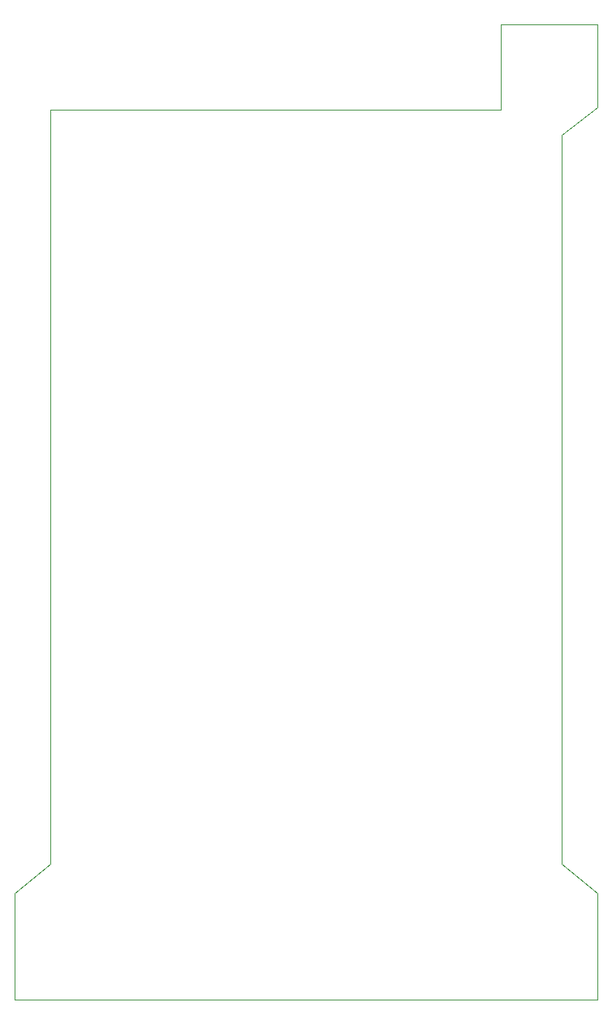
<source format=gbr>
G04 #@! TF.GenerationSoftware,KiCad,Pcbnew,5.99.0-unknown-c3175b4~86~ubuntu16.04.1*
G04 #@! TF.CreationDate,2020-08-02T18:08:27+02:00*
G04 #@! TF.ProjectId,nexus_arduino_cytron,6e657875-735f-4617-9264-75696e6f5f63,rev?*
G04 #@! TF.SameCoordinates,Original*
G04 #@! TF.FileFunction,Profile,NP*
%FSLAX46Y46*%
G04 Gerber Fmt 4.6, Leading zero omitted, Abs format (unit mm)*
G04 Created by KiCad (PCBNEW 5.99.0-unknown-c3175b4~86~ubuntu16.04.1) date 2020-08-02 18:08:27*
%MOMM*%
%LPD*%
G04 APERTURE LIST*
%ADD10C,0.050000*%
G04 APERTURE END LIST*
D10*
X124460000Y-81432400D02*
X124460000Y-157300000D01*
X128181100Y-78486000D02*
X124460000Y-81432400D01*
X128181100Y-69850000D02*
X128181100Y-78486000D01*
X124460000Y-69850000D02*
X128181100Y-69850000D01*
X124460000Y-157300000D02*
X128181100Y-160401000D01*
X128181100Y-171450000D02*
X128181100Y-160401000D01*
X124460000Y-171450000D02*
X128181100Y-171450000D01*
X71120000Y-78740000D02*
X71120000Y-157300000D01*
X67400000Y-160400000D02*
X71120000Y-157300000D01*
X67400000Y-171450000D02*
X67400000Y-160400000D01*
X71120000Y-171450000D02*
X67400000Y-171450000D01*
X71120000Y-78740000D02*
X118110000Y-78740000D01*
X118110000Y-69850000D02*
X118110000Y-78740000D01*
X124460000Y-69850000D02*
X118110000Y-69850000D01*
X124460000Y-171450000D02*
X71120000Y-171450000D01*
M02*

</source>
